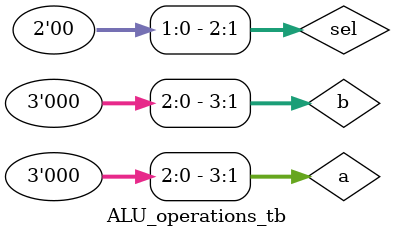
<source format=v>
module ALU_operations(
	input [3:0]a,b,
	input [2:0]sel,
	output reg[3:0]out);

	wire [3:0]and_out;
	wire [3:0]or_out;
	wire [3:0]add_out;
	wire [3:0]sub_out;
	wire [3:0]exor_out;

        assign and_out=a&b;
	assign or_out=a|b;
	assign add_out=a+b;
	assign sub_out=a-b;
	assign exor_out=a^b;


always@(*)begin
  out=4'b0000;
  case(sel)
	3'b000:out=and_out;
	3'b001:out=or_out;
	3'b010:out=add_out;
	3'b011:out=sub_out;
	3'b100:out=exor_out;

  endcase
end
endmodule


//Testbench
module ALU_operations_tb;
	reg [3:0]a,b;
	reg [2:0]sel;
	wire [3:0]out;
ALU_operations uut(a,b,sel,out);
initial begin
	repeat(5) begin
	 a=$random;b=$random;sel=$random;#5;
	end
end
initial begin
	$monitor("$time=%0t,a=%b,b=%b,sel=%b,out=%b",$time,a,b,sel,out);
end
endmodule

</source>
